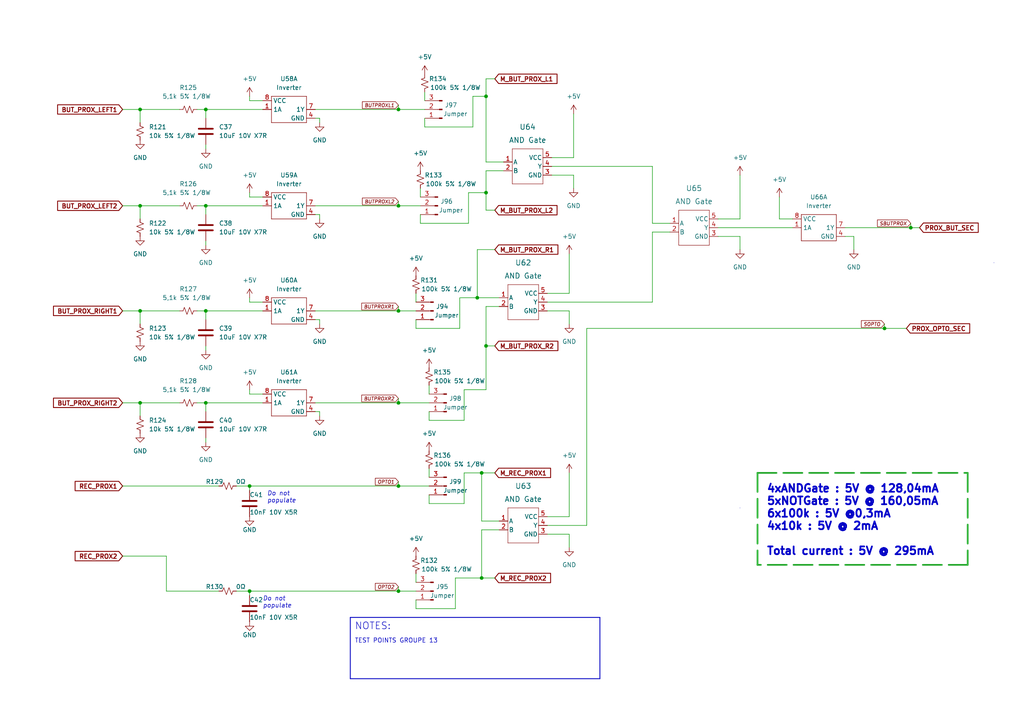
<source format=kicad_sch>
(kicad_sch (version 20211123) (generator eeschema)
  (paper "A4")
  (lib_symbols
    (symbol "Connector:Conn_01x03_Male" (pin_names (offset 1.016) hide)
      (property "Reference" "J" (at 0 5.08 0))
      (property "Value" "Conn_01x03_Male" (at 0 -5.08 0))
      (symbol "Conn_01x03_Male_1_1"
        (polyline (pts (xy 1.27 -2.54) (xy 0.8636 -2.54)) (stroke (width 0.1524)))
        (polyline (pts (xy 1.27 0) (xy 0.8636 0)) (stroke (width 0.1524)))
        (polyline (pts (xy 1.27 2.54) (xy 0.8636 2.54)) (stroke (width 0.1524)))
        (rectangle (start 0.8636 -2.413) (end 0 -2.667) (stroke (width 0.1524)) (fill (type outline)))
        (rectangle (start 0.8636 0.127) (end 0 -0.127) (stroke (width 0.1524)) (fill (type outline)))
        (rectangle (start 0.8636 2.667) (end 0 2.413) (stroke (width 0.1524)) (fill (type outline)))
        (pin passive line (at 5.08 2.54 180) (length 3.81) (name "Pin_1") (number "1"))
        (pin passive line (at 5.08 0 180) (length 3.81) (name "Pin_2") (number "2"))
        (pin passive line (at 5.08 -2.54 180) (length 3.81) (name "Pin_3") (number "3"))
      )
    )
    (symbol "Device:C" (pin_numbers hide) (pin_names (offset 0.254))
      (property "Reference" "C" (at 0.635 2.54 0))
      (property "Value" "C" (at 0.635 -2.54 0))
      (symbol "C_0_1"
        (polyline (pts (xy -2.032 -0.762) (xy 2.032 -0.762)) (stroke (width 0.508)))
        (polyline (pts (xy -2.032 0.762) (xy 2.032 0.762)) (stroke (width 0.508)))
      )
      (symbol "C_1_1"
        (pin passive line (at 0 3.81 270) (length 2.794) (name "~") (number "1"))
        (pin passive line (at 0 -3.81 90) (length 2.794) (name "~") (number "2"))
      )
    )
    (symbol "Device:R_Small_US" (pin_numbers hide) (pin_names (offset 0.254) hide)
      (property "Reference" "R" (at 0.762 0.508 0))
      (property "Value" "R_Small_US" (at 0.762 -1.016 0))
      (symbol "R_Small_US_1_1"
        (polyline (pts (xy 0 0) (xy 1.016 -0.381) (xy 0 -0.762) (xy -1.016 -1.143) (xy 0 -1.524)))
        (polyline (pts (xy 0 1.524) (xy 1.016 1.143) (xy 0 0.762) (xy -1.016 0.381) (xy 0 0)))
        (pin passive line (at 0 2.54 270) (length 1.016) (name "~") (number "1"))
        (pin passive line (at 0 -2.54 90) (length 1.016) (name "~") (number "2"))
      )
    )
    (symbol "SymLib:SN74LVC1G08DBVR" (pin_names (offset 0.254))
      (property "Reference" "U" (at 25.4 10.16 0))
      (property "Value" "SN74LVC1G08DBVR" (at 25.4 7.62 0))
      (symbol "SN74LVC1G08DBVR_0_1"
        (polyline (pts (xy 20.32 -7.62) (xy 29.21 -7.62)) (stroke (width 0.127)))
        (polyline (pts (xy 20.32 2.54) (xy 20.32 -7.62)) (stroke (width 0.127)))
        (polyline (pts (xy 29.21 -7.62) (xy 29.21 2.54)) (stroke (width 0.127)))
        (polyline (pts (xy 29.21 2.54) (xy 20.32 2.54)) (stroke (width 0.127)))
        (pin input line (at 17.78 -1.27 0) (length 2.54) (name "A") (number "1"))
        (pin input line (at 17.78 -3.81 0) (length 2.54) (name "B") (number "2"))
        (pin power_in line (at 31.75 -5.08 180) (length 2.54) (name "GND") (number "3"))
        (pin output line (at 31.75 -2.54 180) (length 2.54) (name "Y") (number "4"))
        (pin power_in line (at 31.75 0 180) (length 2.54) (name "VCC") (number "5"))
      )
    )
    (symbol "SymLib:SN74LVC3G14DCUT_V2"
      (property "Reference" "U" (at -3.81 5.08 0))
      (property "Value" "SN74LVC3G14DCUT_V2" (at 0 -5.08 0))
      (symbol "SN74LVC3G14DCUT_V2_0_1"
        (rectangle (start -5.08 -3.81) (end 5.08 -3.81))
        (rectangle (start -5.08 3.81) (end -5.08 -3.81))
        (rectangle (start -5.08 3.81) (end 5.08 3.81))
        (rectangle (start 5.08 3.81) (end 5.08 -3.81))
      )
      (symbol "SN74LVC3G14DCUT_V2_1_1"
        (pin bidirectional line (at -7.62 0 0) (length 2.54) (name "1A") (number "1"))
        (pin bidirectional line (at 7.62 -2.54 180) (length 2.54) (name "GND") (number "4"))
        (pin output line (at 7.62 0 180) (length 2.54) (name "1Y") (number "7"))
        (pin bidirectional line (at -7.62 2.54 0) (length 2.54) (name "VCC") (number "8"))
      )
      (symbol "SN74LVC3G14DCUT_V2_2_1"
        (pin bidirectional line (at -7.62 0 0) (length 2.54) (name "2A") (number "3"))
        (pin output line (at 7.62 0 180) (length 2.54) (name "2Y") (number "5"))
      )
      (symbol "SN74LVC3G14DCUT_V2_3_1"
        (pin output line (at 7.62 0 180) (length 2.54) (name "3Y") (number "2"))
        (pin bidirectional line (at -7.62 0 0) (length 2.54) (name "3A") (number "6"))
      )
    )
    (symbol "power:+5V" (power) (pin_names (offset 0))
      (property "Value" "+5V" (at 0 3.556 0))
      (symbol "+5V_0_1"
        (polyline (pts (xy -0.762 1.27) (xy 0 2.54)))
        (polyline (pts (xy 0 0) (xy 0 2.54)))
        (polyline (pts (xy 0 2.54) (xy 0.762 1.27)))
      )
      (symbol "+5V_1_1"
        (pin power_in line (at 0 0 90) (length 0) hide (name "+5V") (number "1"))
      )
    )
    (symbol "power:GND" (power) (pin_names (offset 0))
      (property "Value" "GND" (at 0 -3.81 0))
      (symbol "GND_0_1"
        (polyline (pts (xy 0 0) (xy 0 -1.27) (xy 1.27 -1.27) (xy 0 -2.54) (xy -1.27 -1.27) (xy 0 -1.27)))
      )
      (symbol "GND_1_1"
        (pin power_in line (at 0 0 270) (length 0) hide (name "GND") (number "1"))
      )
    )
  )
  (junction (at 115.57 90.17))
  (junction (at 72.39 171.45))
  (junction (at 115.57 31.75))
  (junction (at 72.39 140.97))
  (junction (at 139.7 167.64))
  (junction (at 264.16 66.04))
  (junction (at 115.57 59.69))
  (junction (at 138.43 86.36))
  (junction (at 115.57 140.97))
  (junction (at 140.97 100.33))
  (junction (at 40.64 59.69))
  (junction (at 115.57 116.84))
  (junction (at 40.64 90.17))
  (junction (at 59.69 59.69))
  (junction (at 115.57 171.45))
  (junction (at 40.64 31.75))
  (junction (at 59.69 31.75))
  (junction (at 256.54 95.25))
  (junction (at 140.97 55.88))
  (junction (at 139.7 137.16))
  (junction (at 140.97 27.94))
  (junction (at 59.69 90.17))
  (junction (at 59.69 116.84))
  (junction (at 40.64 116.84))
  (wire (pts (xy 115.57 171.45) (xy 120.65 171.45)))
  (wire (pts (xy 35.56 31.75) (xy 40.64 31.75)))
  (wire (pts (xy 115.57 115.57) (xy 115.57 116.84)))
  (wire (pts (xy 120.65 173.99) (xy 120.65 176.53)))
  (wire (pts (xy 135.89 55.88) (xy 140.97 55.88)))
  (polyline (pts (xy 288.29 76.2) (xy 288.29 76.2)))
  (wire (pts (xy 158.75 152.4) (xy 170.18 152.4)))
  (wire (pts (xy 59.69 59.69) (xy 76.2 59.69)))
  (wire (pts (xy 139.7 153.67) (xy 139.7 167.64)))
  (wire (pts (xy 139.7 137.16) (xy 143.51 137.16)))
  (wire (pts (xy 160.02 48.26) (xy 189.23 48.26)))
  (wire (pts (xy 143.51 72.39) (xy 138.43 72.39)))
  (wire (pts (xy 59.69 90.17) (xy 76.2 90.17)))
  (wire (pts (xy 91.44 62.23) (xy 92.71 62.23)))
  (wire (pts (xy 72.39 140.97) (xy 115.57 140.97)))
  (wire (pts (xy 208.28 63.5) (xy 214.63 63.5)))
  (wire (pts (xy 115.57 139.7) (xy 115.57 140.97)))
  (wire (pts (xy 134.62 121.92) (xy 134.62 113.03)))
  (wire (pts (xy 59.69 69.85) (xy 59.69 71.12)))
  (polyline (pts (xy 214.63 147.32) (xy 214.63 147.32)))
  (wire (pts (xy 170.18 152.4) (xy 170.18 95.25)))
  (wire (pts (xy 120.65 176.53) (xy 132.08 176.53)))
  (wire (pts (xy 59.69 100.33) (xy 59.69 101.6)))
  (wire (pts (xy 115.57 88.9) (xy 115.57 90.17)))
  (wire (pts (xy 48.26 171.45) (xy 63.5 171.45)))
  (wire (pts (xy 137.16 27.94) (xy 140.97 27.94)))
  (wire (pts (xy 140.97 22.86) (xy 140.97 27.94)))
  (wire (pts (xy 59.69 59.69) (xy 59.69 62.23)))
  (wire (pts (xy 144.78 88.9) (xy 140.97 88.9)))
  (wire (pts (xy 91.44 92.71) (xy 92.71 92.71)))
  (wire (pts (xy 123.19 36.83) (xy 137.16 36.83)))
  (wire (pts (xy 140.97 46.99) (xy 146.05 46.99)))
  (wire (pts (xy 123.19 29.21) (xy 123.19 26.67)))
  (wire (pts (xy 189.23 64.77) (xy 194.31 64.77)))
  (wire (pts (xy 208.28 68.58) (xy 214.63 68.58)))
  (wire (pts (xy 72.39 29.21) (xy 72.39 27.94)))
  (wire (pts (xy 59.69 116.84) (xy 76.2 116.84)))
  (wire (pts (xy 165.1 137.16) (xy 165.1 149.86)))
  (wire (pts (xy 140.97 88.9) (xy 140.97 100.33)))
  (polyline (pts (xy 280.67 163.83) (xy 219.71 163.83)) (stroke (width 0.5) (type dash) (color 37 168 45 1)))
  (wire (pts (xy 137.16 36.83) (xy 137.16 27.94)))
  (wire (pts (xy 92.71 120.65) (xy 92.71 119.38)))
  (wire (pts (xy 115.57 59.69) (xy 121.92 59.69)))
  (wire (pts (xy 264.16 66.04) (xy 266.7 66.04)))
  (wire (pts (xy 92.71 35.56) (xy 92.71 34.29)))
  (polyline (pts (xy 219.71 137.16) (xy 280.67 137.16)) (stroke (width 0.5) (type dash) (color 37 168 45 1)))
  (wire (pts (xy 35.56 161.29) (xy 48.26 161.29)))
  (wire (pts (xy 160.02 50.8) (xy 166.37 50.8)))
  (wire (pts (xy 133.35 86.36) (xy 138.43 86.36)))
  (wire (pts (xy 134.62 137.16) (xy 139.7 137.16)))
  (wire (pts (xy 144.78 153.67) (xy 139.7 153.67)))
  (wire (pts (xy 120.65 87.63) (xy 120.65 85.09)))
  (wire (pts (xy 245.11 66.04) (xy 264.16 66.04)))
  (wire (pts (xy 121.92 64.77) (xy 135.89 64.77)))
  (wire (pts (xy 124.46 114.3) (xy 124.46 111.76)))
  (wire (pts (xy 91.44 31.75) (xy 115.57 31.75)))
  (wire (pts (xy 91.44 116.84) (xy 115.57 116.84)))
  (wire (pts (xy 165.1 90.17) (xy 165.1 93.98)))
  (polyline (pts (xy 101.6 179.07) (xy 173.99 179.07)) (stroke (width 0.25) (type solid)))
  (wire (pts (xy 124.46 119.38) (xy 124.46 121.92)))
  (wire (pts (xy 115.57 170.18) (xy 115.57 171.45)))
  (wire (pts (xy 59.69 116.84) (xy 57.15 116.84)))
  (wire (pts (xy 40.64 90.17) (xy 40.64 93.98)))
  (wire (pts (xy 68.58 171.45) (xy 72.39 171.45)))
  (wire (pts (xy 72.39 171.45) (xy 72.39 172.72)))
  (wire (pts (xy 264.16 64.77) (xy 264.16 66.04)))
  (wire (pts (xy 59.69 59.69) (xy 57.15 59.69)))
  (wire (pts (xy 124.46 138.43) (xy 124.46 135.89)))
  (wire (pts (xy 134.62 113.03) (xy 140.97 113.03)))
  (wire (pts (xy 91.44 34.29) (xy 92.71 34.29)))
  (wire (pts (xy 140.97 49.53) (xy 140.97 55.88)))
  (wire (pts (xy 115.57 90.17) (xy 120.65 90.17)))
  (wire (pts (xy 72.39 114.3) (xy 72.39 113.03)))
  (wire (pts (xy 165.1 73.66) (xy 165.1 85.09)))
  (wire (pts (xy 59.69 90.17) (xy 59.69 92.71)))
  (wire (pts (xy 92.71 63.5) (xy 92.71 62.23)))
  (wire (pts (xy 158.75 154.94) (xy 165.1 154.94)))
  (wire (pts (xy 91.44 59.69) (xy 115.57 59.69)))
  (wire (pts (xy 256.54 95.25) (xy 262.89 95.25)))
  (wire (pts (xy 139.7 137.16) (xy 139.7 151.13)))
  (wire (pts (xy 189.23 48.26) (xy 189.23 64.77)))
  (wire (pts (xy 59.69 31.75) (xy 76.2 31.75)))
  (wire (pts (xy 143.51 22.86) (xy 140.97 22.86)))
  (wire (pts (xy 133.35 95.25) (xy 133.35 86.36)))
  (wire (pts (xy 124.46 146.05) (xy 134.62 146.05)))
  (polyline (pts (xy 219.71 137.16) (xy 219.71 163.83)) (stroke (width 0.5) (type dash) (color 37 168 45 1)))
  (wire (pts (xy 59.69 90.17) (xy 57.15 90.17)))
  (wire (pts (xy 59.69 31.75) (xy 57.15 31.75)))
  (wire (pts (xy 76.2 57.15) (xy 72.39 57.15)))
  (wire (pts (xy 40.64 116.84) (xy 52.07 116.84)))
  (wire (pts (xy 72.39 171.45) (xy 115.57 171.45)))
  (wire (pts (xy 91.44 90.17) (xy 115.57 90.17)))
  (wire (pts (xy 132.08 176.53) (xy 132.08 167.64)))
  (wire (pts (xy 35.56 116.84) (xy 40.64 116.84)))
  (wire (pts (xy 115.57 140.97) (xy 124.46 140.97)))
  (wire (pts (xy 35.56 90.17) (xy 40.64 90.17)))
  (wire (pts (xy 120.65 95.25) (xy 133.35 95.25)))
  (wire (pts (xy 120.65 92.71) (xy 120.65 95.25)))
  (wire (pts (xy 59.69 41.91) (xy 59.69 43.18)))
  (polyline (pts (xy 173.99 179.07) (xy 173.99 196.85)) (stroke (width 0.25) (type solid)))
  (wire (pts (xy 72.39 140.97) (xy 72.39 142.24)))
  (wire (pts (xy 189.23 67.31) (xy 194.31 67.31)))
  (wire (pts (xy 140.97 100.33) (xy 140.97 113.03)))
  (wire (pts (xy 143.51 60.96) (xy 140.97 60.96)))
  (wire (pts (xy 256.54 93.98) (xy 256.54 95.25)))
  (wire (pts (xy 115.57 58.42) (xy 115.57 59.69)))
  (wire (pts (xy 226.06 57.15) (xy 226.06 63.5)))
  (wire (pts (xy 115.57 116.84) (xy 124.46 116.84)))
  (wire (pts (xy 140.97 100.33) (xy 143.51 100.33)))
  (wire (pts (xy 158.75 87.63) (xy 189.23 87.63)))
  (wire (pts (xy 214.63 68.58) (xy 214.63 72.39)))
  (wire (pts (xy 40.64 59.69) (xy 52.07 59.69)))
  (wire (pts (xy 40.64 31.75) (xy 40.64 35.56)))
  (wire (pts (xy 166.37 50.8) (xy 166.37 54.61)))
  (wire (pts (xy 165.1 154.94) (xy 165.1 158.75)))
  (wire (pts (xy 59.69 127) (xy 59.69 128.27)))
  (wire (pts (xy 138.43 72.39) (xy 138.43 86.36)))
  (wire (pts (xy 76.2 29.21) (xy 72.39 29.21)))
  (wire (pts (xy 115.57 30.48) (xy 115.57 31.75)))
  (wire (pts (xy 229.87 63.5) (xy 226.06 63.5)))
  (wire (pts (xy 68.58 140.97) (xy 72.39 140.97)))
  (wire (pts (xy 139.7 151.13) (xy 144.78 151.13)))
  (wire (pts (xy 214.63 50.8) (xy 214.63 63.5)))
  (wire (pts (xy 76.2 114.3) (xy 72.39 114.3)))
  (wire (pts (xy 245.11 68.58) (xy 247.65 68.58)))
  (wire (pts (xy 134.62 146.05) (xy 134.62 137.16)))
  (wire (pts (xy 124.46 121.92) (xy 134.62 121.92)))
  (wire (pts (xy 135.89 64.77) (xy 135.89 55.88)))
  (wire (pts (xy 170.18 95.25) (xy 256.54 95.25)))
  (wire (pts (xy 140.97 27.94) (xy 140.97 46.99)))
  (wire (pts (xy 115.57 31.75) (xy 123.19 31.75)))
  (wire (pts (xy 59.69 31.75) (xy 59.69 34.29)))
  (wire (pts (xy 138.43 86.36) (xy 144.78 86.36)))
  (wire (pts (xy 139.7 167.64) (xy 143.51 167.64)))
  (wire (pts (xy 140.97 60.96) (xy 140.97 55.88)))
  (wire (pts (xy 76.2 87.63) (xy 72.39 87.63)))
  (polyline (pts (xy 101.6 179.07) (xy 101.6 196.85)) (stroke (width 0.25) (type solid)))
  (wire (pts (xy 160.02 45.72) (xy 166.37 45.72)))
  (wire (pts (xy 121.92 57.15) (xy 121.92 54.61)))
  (wire (pts (xy 92.71 93.98) (xy 92.71 92.71)))
  (wire (pts (xy 48.26 161.29) (xy 48.26 171.45)))
  (wire (pts (xy 40.64 31.75) (xy 52.07 31.75)))
  (wire (pts (xy 208.28 66.04) (xy 229.87 66.04)))
  (wire (pts (xy 91.44 119.38) (xy 92.71 119.38)))
  (wire (pts (xy 124.46 143.51) (xy 124.46 146.05)))
  (wire (pts (xy 40.64 59.69) (xy 40.64 63.5)))
  (wire (pts (xy 40.64 116.84) (xy 40.64 120.65)))
  (wire (pts (xy 189.23 67.31) (xy 189.23 87.63)))
  (wire (pts (xy 146.05 49.53) (xy 140.97 49.53)))
  (wire (pts (xy 35.56 140.97) (xy 63.5 140.97)))
  (wire (pts (xy 121.92 62.23) (xy 121.92 64.77)))
  (wire (pts (xy 59.69 116.84) (xy 59.69 119.38)))
  (wire (pts (xy 158.75 85.09) (xy 165.1 85.09)))
  (wire (pts (xy 35.56 59.69) (xy 40.64 59.69)))
  (wire (pts (xy 72.39 57.15) (xy 72.39 55.88)))
  (wire (pts (xy 158.75 90.17) (xy 165.1 90.17)))
  (wire (pts (xy 132.08 167.64) (xy 139.7 167.64)))
  (polyline (pts (xy 280.67 137.16) (xy 280.67 163.83)) (stroke (width 0.5) (type dash) (color 37 168 45 1)))
  (wire (pts (xy 247.65 68.58) (xy 247.65 72.39)))
  (wire (pts (xy 72.39 87.63) (xy 72.39 86.36)))
  (wire (pts (xy 40.64 90.17) (xy 52.07 90.17)))
  (wire (pts (xy 123.19 34.29) (xy 123.19 36.83)))
  (wire (pts (xy 166.37 33.02) (xy 166.37 45.72)))
  (wire (pts (xy 120.65 168.91) (xy 120.65 166.37)))
  (polyline (pts (xy 173.99 196.85) (xy 101.6 196.85)) (stroke (width 0.25) (type solid)))
  (wire (pts (xy 158.75 149.86) (xy 165.1 149.86)))
  (text "TEST POINTS GROUPE 13" (at 102.87 186.69 0) (effects (font (size 1.27 1.27)) (justify left bottom)))
  (text "Do not \npopulate" (at 76.2 176.53 0) (effects (font (size 1.27 1.27) italic) (justify left bottom)))
  (text "4xANDGate : 5V @ 128,04mA\n5xNOTGate : 5V @ 160,05mA\n6x100k : 5V @0,3mA\n4x10k : 5V @ 2mA\n\nTotal current : 5V @ 295mA" (at 222.25 161.29 0) (effects (font (size 2.25 2.25) (thickness 0.5) bold) (justify left bottom)))
  (text "NOTES:" (at 102.87 182.88 0) (effects (font (size 2 2)) (justify left bottom)))
  (text "Do not \npopulate" (at 77.47 146.05 0) (effects (font (size 1.27 1.27) italic) (justify left bottom)))
  (global_label "SOPTO" (shape input) (at 256.54 93.98 180) (effects (font (size 1 1) italic)) (property "Intersheet References" "${INTERSHEET_REFS}" (effects hide)))
  (global_label "BUT_PROX_RIGHT1" (shape input) (at 35.56 90.17 180) (effects (font (thickness 0.254) bold)) (property "Intersheet References" "${INTERSHEET_REFS}" (effects hide)))
  (global_label "M_BUT_PROX_R1" (shape input) (at 143.51 72.39 0) (effects (font (thickness 0.254) bold)) (property "Intersheet References" "${INTERSHEET_REFS}" (effects hide)))
  (global_label "PROX_OPTO_SEC" (shape input) (at 262.89 95.25 0) (effects (font (thickness 0.254) bold)) (property "Intersheet References" "${INTERSHEET_REFS}" (effects hide)))
  (global_label "M_REC_PROX2" (shape input) (at 143.51 167.64 0) (effects (font (thickness 0.254) bold)) (property "Intersheet References" "${INTERSHEET_REFS}" (effects hide)))
  (global_label "REC_PROX2" (shape input) (at 35.56 161.29 180) (effects (font (thickness 0.254) bold)) (property "Intersheet References" "${INTERSHEET_REFS}" (effects hide)))
  (global_label "BUTPROXL2" (shape input) (at 115.57 58.42 180) (effects (font (size 1 1) italic)) (property "Intersheet References" "${INTERSHEET_REFS}" (effects hide)))
  (global_label "BUTPROXR2" (shape input) (at 115.57 115.57 180) (effects (font (size 1 1) italic)) (property "Intersheet References" "${INTERSHEET_REFS}" (effects hide)))
  (global_label "BUTPROXL1" (shape input) (at 115.57 30.48 180) (effects (font (size 1 1) italic)) (property "Intersheet References" "${INTERSHEET_REFS}" (effects hide)))
  (global_label "BUTPROXR1" (shape input) (at 115.57 88.9 180) (effects (font (size 1 1) italic)) (property "Intersheet References" "${INTERSHEET_REFS}" (effects hide)))
  (global_label "M_BUT_PROX_L1" (shape input) (at 143.51 22.86 0) (effects (font (thickness 0.254) bold)) (property "Intersheet References" "${INTERSHEET_REFS}" (effects hide)))
  (global_label "BUT_PROX_RIGHT2" (shape input) (at 35.56 116.84 180) (effects (font (thickness 0.254) bold)) (property "Intersheet References" "${INTERSHEET_REFS}" (effects hide)))
  (global_label "BUT_PROX_LEFT2" (shape input) (at 35.56 59.69 180) (effects (font (thickness 0.254) bold)) (property "Intersheet References" "${INTERSHEET_REFS}" (effects hide)))
  (global_label "BUT_PROX_LEFT1" (shape input) (at 35.56 31.75 180) (effects (font (thickness 0.254) bold)) (property "Intersheet References" "${INTERSHEET_REFS}" (effects hide)))
  (global_label "M_BUT_PROX_L2" (shape input) (at 143.51 60.96 0) (effects (font (thickness 0.254) bold)) (property "Intersheet References" "${INTERSHEET_REFS}" (effects hide)))
  (global_label "PROX_BUT_SEC" (shape input) (at 266.7 66.04 0) (effects (font (thickness 0.254) bold)) (property "Intersheet References" "${INTERSHEET_REFS}" (effects hide)))
  (global_label "M_BUT_PROX_R2" (shape input) (at 143.51 100.33 0) (effects (font (thickness 0.254) bold)) (property "Intersheet References" "${INTERSHEET_REFS}" (effects hide)))
  (global_label "REC_PROX1" (shape input) (at 35.56 140.97 180) (effects (font (thickness 0.254) bold)) (property "Intersheet References" "${INTERSHEET_REFS}" (effects hide)))
  (global_label "M_REC_PROX1" (shape input) (at 143.51 137.16 0) (effects (font (thickness 0.254) bold)) (property "Intersheet References" "${INTERSHEET_REFS}" (effects hide)))
  (global_label "SBUTPROX" (shape input) (at 264.16 64.77 180) (effects (font (size 1 1) italic)) (property "Intersheet References" "${INTERSHEET_REFS}" (effects hide)))
  (global_label "OPTO2" (shape input) (at 115.57 170.18 180) (effects (font (size 1 1) italic)) (property "Intersheet References" "${INTERSHEET_REFS}" (effects hide)))
  (global_label "OPTO1" (shape input) (at 115.57 139.7 180) (effects (font (size 1 1) italic)) (property "Intersheet References" "${INTERSHEET_REFS}" (effects hide)))
  (symbol (lib_id "power:+5V") (at 214.63 50.8 0) (unit 1)
    (property "Reference" "#PWR0380" (effects hide))
    (property "Value" "+5V" (at 214.63 45.72 0))
  )
  (symbol (lib_id "power:GND") (at 92.71 93.98 0) (unit 1)
    (property "Reference" "#PWR0366" (effects hide))
    (property "Value" "GND" (at 92.71 99.06 0))
  )
  (symbol (lib_id "power:GND") (at 40.64 125.73 0) (unit 1)
    (property "Reference" "#PWR0353" (effects hide))
    (property "Value" "GND" (at 40.64 130.81 0))
  )
  (symbol (lib_id "power:GND") (at 72.39 180.34 0) (unit 1)
    (property "Reference" "#PWR0363" (effects hide))
    (property "Value" "GND" (at 72.39 184.15 0))
  )
  (symbol (lib_id "Device:C") (at 59.69 123.19 0) (unit 1)
    (property "Reference" "C40" (at 63.5 121.9199 0) (effects (justify left)))
    (property "Value" "10uF 10V X7R" (at 63.5 124.4599 0) (effects (justify left)))
    (property "Footprint" "Capacitor_SMD:C_0805_2012Metric" (effects hide))
    (property "MANUFACTURER" "Murata Electronics" (effects hide))
    (property "PACKAGE" "0805 (2012 Metric)" (effects hide))
    (property "PART NUMBER" "GRM21BR71A106KA73L" (effects hide))
    (property "TYPE" "SMD" (effects hide))
    (property "DESCRIPTION" "10 µF ±10% 10V Ceramic Capacitor X7R 0805 (2012 Metric)" (effects hide))
  )
  (symbol (lib_id "SymLib:SN74LVC3G14DCUT_V2") (at 83.82 116.84 0) (unit 1)
    (property "Reference" "U61" (at 83.82 107.95 0))
    (property "Value" "Inverter" (at 83.82 110.49 0))
    (property "Footprint" "FootPrint:SN74LVC3G14DCUT" (effects hide))
    (property "DESCRIPTION" "Inverter IC 3 Channel Schmitt Trigger 8-VSSOP" (effects hide))
    (property "MANUFACTURER" "Texas Instruments" (effects hide))
    (property "PACKAGE" "8-VFSOP (0.091\", 2.30mm Width)" (effects hide))
    (property "PART NUMBER" "SN74LVC3G14DCUT" (effects hide))
    (property "TYPE" "SMD" (effects hide))
  )
  (symbol (lib_id "Device:R_Small_US") (at 120.65 82.55 0) (mirror x) (unit 1)
    (property "Reference" "R131" (at 124.46 81.28 0))
    (property "Value" "100k 5% 1/8W" (at 129.54 83.82 0))
    (property "Footprint" "Resistor_SMD:R_0805_2012Metric" (effects hide))
    (property "MANUFACTURER" "Panasonic Electronic Components" (effects hide))
    (property "PACKAGE" "0805 (2012 Metric)" (effects hide))
    (property "PART NUMBER" "ERJ-6GEYJ104V" (effects hide))
    (property "TYPE" "SMD" (effects hide))
    (property "DESCRIPTION" "100 kOhms ±5% 0.125W, 1/8W Chip Resistor 0805 (2012 Metric) Automotive AEC-Q200 Thick Film" (effects hide))
  )
  (symbol (lib_id "Device:R_Small_US") (at 54.61 31.75 90) (unit 1)
    (property "Reference" "R125" (at 54.61 25.4 90))
    (property "Value" "5,1k 5% 1/8W " (at 54.61 27.94 90))
    (property "Footprint" "Resistor_SMD:R_0805_2012Metric" (effects hide))
    (property "MANUFACTURER" "Panasonic Electronic Components" (effects hide))
    (property "PACKAGE" "0805 (2012 Metric)" (effects hide))
    (property "PART NUMBER" "ERJ-6GEYJ512V" (effects hide))
    (property "TYPE" "SMD" (effects hide))
    (property "DESCRIPTION" "5.1 kOhms ±5% 0.125W, 1/8W Chip Resistor 0805 (2012 Metric) Automotive AEC-Q200 Thick Film" (effects hide))
  )
  (symbol (lib_id "Device:C") (at 72.39 176.53 0) (unit 1)
    (property "Reference" "C42" (at 72.39 173.99 0) (effects (justify left)))
    (property "Value" "10nF 10V X5R" (at 72.39 179.07 0) (effects (justify left)))
    (property "Footprint" "Capacitor_SMD:C_01005_0402Metric" (effects hide))
    (property "MANUFACTURER" "Murata Electronics" (effects hide))
    (property "PACKAGE" "01005 (0402 Metric)" (effects hide))
    (property "PART NUMBER" "GRM022R61A103KE19L" (effects hide))
    (property "TYPE" "SMD" (effects hide))
    (property "NOTES" "DO NOT POPULATE" (effects hide))
    (property "DESCRIPTION" "10000 pF ±10% 10V Ceramic Capacitor X5R 01005 (0402 Metric)" (effects hide))
  )
  (symbol (lib_id "Device:C") (at 72.39 146.05 0) (unit 1)
    (property "Reference" "C41" (at 72.39 143.51 0) (effects (justify left)))
    (property "Value" "10nF 10V X5R" (at 72.39 148.59 0) (effects (justify left)))
    (property "Footprint" "Capacitor_SMD:C_01005_0402Metric" (effects hide))
    (property "MANUFACTURER" "Murata Electronics" (effects hide))
    (property "PACKAGE" "01005 (0402 Metric)" (effects hide))
    (property "PART NUMBER" "GRM022R61A103KE19L" (effects hide))
    (property "TYPE" "SMD" (effects hide))
    (property "NOTES" "DO NOT POPULATE" (effects hide))
    (property "DESCRIPTION" "10000 pF ±10% 10V Ceramic Capacitor X5R 01005 (0402 Metric)" (effects hide))
  )
  (symbol (lib_id "power:GND") (at 92.71 63.5 0) (unit 1)
    (property "Reference" "#PWR0365" (effects hide))
    (property "Value" "GND" (at 92.71 68.58 0))
  )
  (symbol (lib_id "power:+5V") (at 226.06 57.15 0) (unit 1)
    (property "Reference" "#PWR0382" (effects hide))
    (property "Value" "+5V" (at 226.06 52.07 0))
  )
  (symbol (lib_id "Connector:Conn_01x03_Male") (at 129.54 116.84 180) (unit 1)
    (property "Reference" "J98" (at 132.08 115.57 0))
    (property "Value" "Jumper" (at 132.08 118.11 0))
    (property "Footprint" "Connector_PinSocket_2.54mm:PinSocket_1x03_P2.54mm_Vertical" (effects hide))
    (property "DESCRIPTION" "CONN HEADER VERT 3POS 2.54MM" (effects hide))
    (property "MANUFACTURER" "Würth Elektronik" (effects hide))
    (property "PACKAGE" "Square 0.100\" (2.54mm)" (effects hide))
    (property "PART NUMBER" "61300311121" (effects hide))
    (property "TYPE" "Through Hole" (effects hide))
  )
  (symbol (lib_id "power:GND") (at 92.71 120.65 0) (unit 1)
    (property "Reference" "#PWR0367" (effects hide))
    (property "Value" "GND" (at 92.71 125.73 0))
  )
  (symbol (lib_id "power:GND") (at 59.69 101.6 0) (unit 1)
    (property "Reference" "#PWR0356" (effects hide))
    (property "Value" "GND" (at 59.69 106.68 0))
  )
  (symbol (lib_id "Device:R_Small_US") (at 40.64 66.04 0) (unit 1)
    (property "Reference" "R122" (at 43.18 64.7699 0) (effects (justify left)))
    (property "Value" "10k 5% 1/8W" (at 43.18 67.3099 0) (effects (justify left)))
    (property "Footprint" "Resistor_SMD:R_0805_2012Metric" (effects hide))
    (property "PACKAGE" "0805 (2012 Metric)" (effects hide))
    (property "PART NUMBER" "ERJ-6GEYJ103V" (effects hide))
    (property "TYPE" "SMD" (effects hide))
    (property "MANUFACTURER" "Panasonic Electronic Components" (effects hide))
    (property "DESCRIPTION" "10 kOhms ±5% 0.125W, 1/8W Chip Resistor 0805 (2012 Metric) Automotive AEC-Q200 Thick Film" (effects hide))
  )
  (symbol (lib_id "Device:R_Small_US") (at 66.04 171.45 90) (unit 1)
    (property "Reference" "R130" (at 62.23 170.18 90))
    (property "Value" "0Ω" (at 69.85 170.18 90))
    (property "Footprint" "Resistor_SMD:R_0805_2012Metric" (effects hide))
    (property "MANUFACTURER" "Panasonic Electronic Components" (effects hide))
    (property "PACKAGE" "0805 (2012 Metric)" (effects hide))
    (property "PART NUMBER" "ERJ-6GEY0R00V" (effects hide))
    (property "TYPE" "SMD" (effects hide))
    (property "DESCRIPTION" "0 Ohms Jumper Chip Resistor 0805 (2012 Metric) Automotive AEC-Q200 Thick Film" (effects hide))
  )
  (symbol (lib_id "Device:R_Small_US") (at 40.64 38.1 0) (unit 1)
    (property "Reference" "R121" (at 43.18 36.8299 0) (effects (justify left)))
    (property "Value" "10k 5% 1/8W" (at 43.18 39.3699 0) (effects (justify left)))
    (property "Footprint" "Resistor_SMD:R_0805_2012Metric" (effects hide))
    (property "PACKAGE" "0805 (2012 Metric)" (effects hide))
    (property "PART NUMBER" "ERJ-6GEYJ103V" (effects hide))
    (property "TYPE" "SMD" (effects hide))
    (property "MANUFACTURER" "Panasonic Electronic Components" (effects hide))
    (property "DESCRIPTION" "10 kOhms ±5% 0.125W, 1/8W Chip Resistor 0805 (2012 Metric) Automotive AEC-Q200 Thick Film" (effects hide))
  )
  (symbol (lib_id "Device:R_Small_US") (at 54.61 90.17 90) (unit 1)
    (property "Reference" "R127" (at 54.61 83.82 90))
    (property "Value" "5,1k 5% 1/8W " (at 54.61 86.36 90))
    (property "Footprint" "Resistor_SMD:R_0805_2012Metric" (effects hide))
    (property "MANUFACTURER" "Panasonic Electronic Components" (effects hide))
    (property "PACKAGE" "0805 (2012 Metric)" (effects hide))
    (property "PART NUMBER" "ERJ-6GEYJ512V" (effects hide))
    (property "TYPE" "SMD" (effects hide))
    (property "DESCRIPTION" "5.1 kOhms ±5% 0.125W, 1/8W Chip Resistor 0805 (2012 Metric) Automotive AEC-Q200 Thick Film" (effects hide))
  )
  (symbol (lib_id "SymLib:SN74LVC3G14DCUT_V2") (at 83.82 31.75 0) (unit 1)
    (property "Reference" "U58" (at 83.82 22.86 0))
    (property "Value" "Inverter" (at 83.82 25.4 0))
    (property "Footprint" "FootPrint:SN74LVC3G14DCUT" (effects hide))
    (property "DESCRIPTION" "Inverter IC 3 Channel Schmitt Trigger 8-VSSOP" (effects hide))
    (property "MANUFACTURER" "Texas Instruments" (effects hide))
    (property "PACKAGE" "8-VFSOP (0.091\", 2.30mm Width)" (effects hide))
    (property "PART NUMBER" "SN74LVC3G14DCUT" (effects hide))
    (property "TYPE" "SMD" (effects hide))
  )
  (symbol (lib_id "power:GND") (at 40.64 99.06 0) (unit 1)
    (property "Reference" "#PWR0352" (effects hide))
    (property "Value" "GND" (at 40.64 104.14 0))
  )
  (symbol (lib_id "power:GND") (at 72.39 149.86 0) (unit 1)
    (property "Reference" "#PWR0362" (effects hide))
    (property "Value" "GND" (at 72.39 153.67 0))
  )
  (symbol (lib_id "Connector:Conn_01x03_Male") (at 125.73 171.45 180) (unit 1)
    (property "Reference" "J95" (at 128.27 170.18 0))
    (property "Value" "Jumper" (at 128.27 172.72 0))
    (property "Footprint" "Connector_PinSocket_2.54mm:PinSocket_1x03_P2.54mm_Vertical" (effects hide))
    (property "DESCRIPTION" "CONN HEADER VERT 3POS 2.54MM" (effects hide))
    (property "MANUFACTURER" "Würth Elektronik" (effects hide))
    (property "PACKAGE" "Square 0.100\" (2.54mm)" (effects hide))
    (property "PART NUMBER" "61300311121" (effects hide))
    (property "TYPE" "Through Hole" (effects hide))
  )
  (symbol (lib_id "SymLib:SN74LVC3G14DCUT_V2") (at 237.49 66.04 0) (unit 1)
    (property "Reference" "U66" (at 237.49 57.15 0))
    (property "Value" "Inverter" (at 237.49 59.69 0))
    (property "Footprint" "FootPrint:SN74LVC3G14DCUT" (effects hide))
    (property "DESCRIPTION" "Inverter IC 3 Channel Schmitt Trigger 8-VSSOP" (effects hide))
    (property "MANUFACTURER" "Texas Instruments" (effects hide))
    (property "PACKAGE" "8-VFSOP (0.091\", 2.30mm Width)" (effects hide))
    (property "PART NUMBER" "SN74LVC3G14DCUT" (effects hide))
    (property "TYPE" "SMD" (effects hide))
  )
  (symbol (lib_id "Device:C") (at 59.69 96.52 0) (unit 1)
    (property "Reference" "C39" (at 63.5 95.2499 0) (effects (justify left)))
    (property "Value" "10uF 10V X7R" (at 63.5 97.7899 0) (effects (justify left)))
    (property "Footprint" "Capacitor_SMD:C_0805_2012Metric" (effects hide))
    (property "MANUFACTURER" "Murata Electronics" (effects hide))
    (property "PACKAGE" "0805 (2012 Metric)" (effects hide))
    (property "PART NUMBER" "GRM21BR71A106KA73L" (effects hide))
    (property "TYPE" "SMD" (effects hide))
    (property "DESCRIPTION" "10 µF ±10% 10V Ceramic Capacitor X7R 0805 (2012 Metric)" (effects hide))
  )
  (symbol (lib_id "Device:C") (at 59.69 66.04 0) (unit 1)
    (property "Reference" "C38" (at 63.5 64.7699 0) (effects (justify left)))
    (property "Value" "10uF 10V X7R" (at 63.5 67.3099 0) (effects (justify left)))
    (property "Footprint" "Capacitor_SMD:C_0805_2012Metric" (effects hide))
    (property "MANUFACTURER" "Murata Electronics" (effects hide))
    (property "PACKAGE" "0805 (2012 Metric)" (effects hide))
    (property "PART NUMBER" "GRM21BR71A106KA73L" (effects hide))
    (property "TYPE" "SMD" (effects hide))
    (property "DESCRIPTION" "10 µF ±10% 10V Ceramic Capacitor X7R 0805 (2012 Metric)" (effects hide))
  )
  (symbol (lib_id "power:+5V") (at 123.19 21.59 0) (unit 1)
    (property "Reference" "#PWR0371" (effects hide))
    (property "Value" "+5V" (at 123.19 16.51 0))
  )
  (symbol (lib_id "power:+5V") (at 165.1 73.66 0) (unit 1)
    (property "Reference" "#PWR0374" (effects hide))
    (property "Value" "+5V" (at 165.1 68.58 0))
  )
  (symbol (lib_id "power:+5V") (at 121.92 49.53 0) (unit 1)
    (property "Reference" "#PWR0370" (effects hide))
    (property "Value" "+5V" (at 121.92 44.45 0))
  )
  (symbol (lib_id "Device:R_Small_US") (at 40.64 123.19 0) (unit 1)
    (property "Reference" "R124" (at 43.18 121.9199 0) (effects (justify left)))
    (property "Value" "10k 5% 1/8W" (at 43.18 124.4599 0) (effects (justify left)))
    (property "Footprint" "Resistor_SMD:R_0805_2012Metric" (effects hide))
    (property "PACKAGE" "0805 (2012 Metric)" (effects hide))
    (property "PART NUMBER" "ERJ-6GEYJ103V" (effects hide))
    (property "TYPE" "SMD" (effects hide))
    (property "MANUFACTURER" "Panasonic Electronic Components" (effects hide))
    (property "DESCRIPTION" "10 kOhms ±5% 0.125W, 1/8W Chip Resistor 0805 (2012 Metric) Automotive AEC-Q200 Thick Film" (effects hide))
  )
  (symbol (lib_id "SymLib:SN74LVC1G08DBVR") (at 128.27 45.72 0) (unit 1)
    (property "Reference" "U64" (at 153.035 36.83 0) (effects (font (size 1.524 1.524))))
    (property "Value" "AND Gate" (at 153.035 40.64 0) (effects (font (size 1.524 1.524))))
    (property "Footprint" "FootPrint:SOT95P270X145-5N" (effects hide))
    (property "DESCRIPTION" "AND Gate IC 1 Channel SOT-23-5" (effects hide))
    (property "MANUFACTURER" "Texas Instruments" (effects hide))
    (property "PACKAGE" "SC-74A, SOT-753" (effects hide))
    (property "PART NUMBER" "SN74LVC1G08DBVR" (effects hide))
    (property "TYPE" "SMD" (effects hide))
  )
  (symbol (lib_id "power:GND") (at 214.63 72.39 0) (unit 1)
    (property "Reference" "#PWR0381" (effects hide))
    (property "Value" "GND" (at 214.63 77.47 0))
  )
  (symbol (lib_id "power:+5V") (at 166.37 33.02 0) (unit 1)
    (property "Reference" "#PWR0378" (effects hide))
    (property "Value" "+5V" (at 166.37 27.94 0))
  )
  (symbol (lib_id "Device:C") (at 59.69 38.1 0) (unit 1)
    (property "Reference" "C37" (at 63.5 36.8299 0) (effects (justify left)))
    (property "Value" "10uF 10V X7R" (at 63.5 39.3699 0) (effects (justify left)))
    (property "Footprint" "Capacitor_SMD:C_0805_2012Metric" (effects hide))
    (property "MANUFACTURER" "Murata Electronics" (effects hide))
    (property "PACKAGE" "0805 (2012 Metric)" (effects hide))
    (property "PART NUMBER" "GRM21BR71A106KA73L" (effects hide))
    (property "TYPE" "SMD" (effects hide))
    (property "DESCRIPTION" "10 µF ±10% 10V Ceramic Capacitor X7R 0805 (2012 Metric)" (effects hide))
  )
  (symbol (lib_id "Device:R_Small_US") (at 54.61 59.69 90) (unit 1)
    (property "Reference" "R126" (at 54.61 53.34 90))
    (property "Value" "5,1k 5% 1/8W " (at 54.61 55.88 90))
    (property "Footprint" "Resistor_SMD:R_0805_2012Metric" (effects hide))
    (property "MANUFACTURER" "Panasonic Electronic Components" (effects hide))
    (property "PACKAGE" "0805 (2012 Metric)" (effects hide))
    (property "PART NUMBER" "ERJ-6GEYJ512V" (effects hide))
    (property "TYPE" "SMD" (effects hide))
    (property "DESCRIPTION" "5.1 kOhms ±5% 0.125W, 1/8W Chip Resistor 0805 (2012 Metric) Automotive AEC-Q200 Thick Film" (effects hide))
  )
  (symbol (lib_id "SymLib:SN74LVC1G08DBVR") (at 127 149.86 0) (unit 1)
    (property "Reference" "U63" (at 151.765 140.97 0) (effects (font (size 1.524 1.524))))
    (property "Value" "AND Gate" (at 151.765 144.78 0) (effects (font (size 1.524 1.524))))
    (property "Footprint" "FootPrint:SOT95P270X145-5N" (effects hide))
    (property "DESCRIPTION" "AND Gate IC 1 Channel SOT-23-5" (effects hide))
    (property "MANUFACTURER" "Texas Instruments" (effects hide))
    (property "PACKAGE" "SC-74A, SOT-753" (effects hide))
    (property "PART NUMBER" "SN74LVC1G08DBVR" (effects hide))
    (property "TYPE" "SMD" (effects hide))
  )
  (symbol (lib_id "power:+5V") (at 120.65 161.29 0) (unit 1)
    (property "Reference" "#PWR0369" (effects hide))
    (property "Value" "+5V" (at 120.65 156.21 0))
  )
  (symbol (lib_id "SymLib:SN74LVC3G14DCUT_V2") (at 83.82 59.69 0) (unit 1)
    (property "Reference" "U59" (at 83.82 50.8 0))
    (property "Value" "Inverter" (at 83.82 53.34 0))
    (property "Footprint" "FootPrint:SN74LVC3G14DCUT" (effects hide))
    (property "DESCRIPTION" "Inverter IC 3 Channel Schmitt Trigger 8-VSSOP" (effects hide))
    (property "MANUFACTURER" "Texas Instruments" (effects hide))
    (property "PACKAGE" "8-VFSOP (0.091\", 2.30mm Width)" (effects hide))
    (property "PART NUMBER" "SN74LVC3G14DCUT" (effects hide))
    (property "TYPE" "SMD" (effects hide))
  )
  (symbol (lib_id "power:GND") (at 59.69 43.18 0) (unit 1)
    (property "Reference" "#PWR0354" (effects hide))
    (property "Value" "GND" (at 59.69 48.26 0))
  )
  (symbol (lib_id "power:+5V") (at 72.39 27.94 0) (unit 1)
    (property "Reference" "#PWR0358" (effects hide))
    (property "Value" "+5V" (at 72.39 22.86 0))
  )
  (symbol (lib_id "SymLib:SN74LVC3G14DCUT_V2") (at 83.82 90.17 0) (unit 1)
    (property "Reference" "U60" (at 83.82 81.28 0))
    (property "Value" "Inverter" (at 83.82 83.82 0))
    (property "Footprint" "FootPrint:SN74LVC3G14DCUT" (effects hide))
    (property "DESCRIPTION" "Inverter IC 3 Channel Schmitt Trigger 8-VSSOP" (effects hide))
    (property "MANUFACTURER" "Texas Instruments" (effects hide))
    (property "PACKAGE" "8-VFSOP (0.091\", 2.30mm Width)" (effects hide))
    (property "PART NUMBER" "SN74LVC3G14DCUT" (effects hide))
    (property "TYPE" "SMD" (effects hide))
  )
  (symbol (lib_id "power:GND") (at 165.1 158.75 0) (unit 1)
    (property "Reference" "#PWR0377" (effects hide))
    (property "Value" "GND" (at 165.1 163.83 0))
  )
  (symbol (lib_id "Connector:Conn_01x03_Male") (at 128.27 31.75 180) (unit 1)
    (property "Reference" "J97" (at 130.81 30.48 0))
    (property "Value" "Jumper" (at 132.08 33.02 0))
    (property "Footprint" "Connector_PinSocket_2.54mm:PinSocket_1x03_P2.54mm_Vertical" (effects hide))
    (property "DESCRIPTION" "CONN HEADER VERT 3POS 2.54MM" (effects hide))
    (property "MANUFACTURER" "Würth Elektronik" (effects hide))
    (property "PACKAGE" "Square 0.100\" (2.54mm)" (effects hide))
    (property "PART NUMBER" "61300311121" (effects hide))
    (property "TYPE" "Through Hole" (effects hide))
  )
  (symbol (lib_id "power:+5V") (at 72.39 55.88 0) (unit 1)
    (property "Reference" "#PWR0359" (effects hide))
    (property "Value" "+5V" (at 72.39 50.8 0))
  )
  (symbol (lib_id "power:GND") (at 40.64 68.58 0) (unit 1)
    (property "Reference" "#PWR0351" (effects hide))
    (property "Value" "GND" (at 40.64 73.66 0))
  )
  (symbol (lib_id "power:+5V") (at 72.39 113.03 0) (unit 1)
    (property "Reference" "#PWR0361" (effects hide))
    (property "Value" "+5V" (at 72.39 107.95 0))
  )
  (symbol (lib_id "Device:R_Small_US") (at 54.61 116.84 90) (unit 1)
    (property "Reference" "R128" (at 54.61 110.49 90))
    (property "Value" "5,1k 5% 1/8W " (at 54.61 113.03 90))
    (property "Footprint" "Resistor_SMD:R_0805_2012Metric" (effects hide))
    (property "MANUFACTURER" "Panasonic Electronic Components" (effects hide))
    (property "PACKAGE" "0805 (2012 Metric)" (effects hide))
    (property "PART NUMBER" "ERJ-6GEYJ512V" (effects hide))
    (property "TYPE" "SMD" (effects hide))
    (property "DESCRIPTION" "5.1 kOhms ±5% 0.125W, 1/8W Chip Resistor 0805 (2012 Metric) Automotive AEC-Q200 Thick Film" (effects hide))
  )
  (symbol (lib_id "power:GND") (at 247.65 72.39 0) (unit 1)
    (property "Reference" "#PWR0383" (effects hide))
    (property "Value" "GND" (at 247.65 77.47 0))
  )
  (symbol (lib_id "Connector:Conn_01x03_Male") (at 125.73 90.17 180) (unit 1)
    (property "Reference" "J94" (at 128.27 88.9 0))
    (property "Value" "Jumper" (at 129.54 91.44 0))
    (property "Footprint" "Connector_PinSocket_2.54mm:PinSocket_1x03_P2.54mm_Vertical" (effects hide))
    (property "DESCRIPTION" "CONN HEADER VERT 3POS 2.54MM" (effects hide))
    (property "MANUFACTURER" "Würth Elektronik" (effects hide))
    (property "PACKAGE" "Square 0.100\" (2.54mm)" (effects hide))
    (property "PART NUMBER" "61300311121" (effects hide))
    (property "TYPE" "Through Hole" (effects hide))
  )
  (symbol (lib_id "Device:R_Small_US") (at 40.64 96.52 0) (unit 1)
    (property "Reference" "R123" (at 43.18 95.2499 0) (effects (justify left)))
    (property "Value" "10k 5% 1/8W" (at 43.18 97.7899 0) (effects (justify left)))
    (property "Footprint" "Resistor_SMD:R_0805_2012Metric" (effects hide))
    (property "PACKAGE" "0805 (2012 Metric)" (effects hide))
    (property "PART NUMBER" "ERJ-6GEYJ103V" (effects hide))
    (property "TYPE" "SMD" (effects hide))
    (property "MANUFACTURER" "Panasonic Electronic Components" (effects hide))
    (property "DESCRIPTION" "10 kOhms ±5% 0.125W, 1/8W Chip Resistor 0805 (2012 Metric) Automotive AEC-Q200 Thick Film" (effects hide))
  )
  (symbol (lib_id "power:+5V") (at 124.46 130.81 0) (unit 1)
    (property "Reference" "#PWR0373" (effects hide))
    (property "Value" "+5V" (at 124.46 125.73 0))
  )
  (symbol (lib_id "power:+5V") (at 120.65 80.01 0) (unit 1)
    (property "Reference" "#PWR0368" (effects hide))
    (property "Value" "+5V" (at 120.65 74.93 0))
  )
  (symbol (lib_id "power:GND") (at 166.37 54.61 0) (unit 1)
    (property "Reference" "#PWR0379" (effects hide))
    (property "Value" "GND" (at 166.37 59.69 0))
  )
  (symbol (lib_id "Connector:Conn_01x03_Male") (at 129.54 140.97 180) (unit 1)
    (property "Reference" "J99" (at 132.08 139.7 0))
    (property "Value" "Jumper" (at 132.08 142.24 0))
    (property "Footprint" "Connector_PinSocket_2.54mm:PinSocket_1x03_P2.54mm_Vertical" (effects hide))
    (property "DESCRIPTION" "CONN HEADER VERT 3POS 2.54MM" (effects hide))
    (property "MANUFACTURER" "Würth Elektronik" (effects hide))
    (property "PACKAGE" "Square 0.100\" (2.54mm)" (effects hide))
    (property "PART NUMBER" "61300311121" (effects hide))
    (property "TYPE" "Through Hole" (effects hide))
  )
  (symbol (lib_id "power:GND") (at 40.64 40.64 0) (unit 1)
    (property "Reference" "#PWR0350" (effects hide))
    (property "Value" "GND" (at 40.64 45.72 0))
  )
  (symbol (lib_id "power:GND") (at 59.69 128.27 0) (unit 1)
    (property "Reference" "#PWR0357" (effects hide))
    (property "Value" "GND" (at 59.69 133.35 0))
  )
  (symbol (lib_id "Device:R_Small_US") (at 124.46 133.35 0) (mirror x) (unit 1)
    (property "Reference" "R136" (at 128.27 132.08 0))
    (property "Value" "100k 5% 1/8W" (at 133.35 134.62 0))
    (property "Footprint" "Resistor_SMD:R_0805_2012Metric" (effects hide))
    (property "MANUFACTURER" "Panasonic Electronic Components" (effects hide))
    (property "PACKAGE" "0805 (2012 Metric)" (effects hide))
    (property "PART NUMBER" "ERJ-6GEYJ104V" (effects hide))
    (property "TYPE" "SMD" (effects hide))
    (property "DESCRIPTION" "100 kOhms ±5% 0.125W, 1/8W Chip Resistor 0805 (2012 Metric) Automotive AEC-Q200 Thick Film" (effects hide))
  )
  (symbol (lib_id "power:GND") (at 59.69 71.12 0) (unit 1)
    (property "Reference" "#PWR0355" (effects hide))
    (property "Value" "GND" (at 59.69 76.2 0))
  )
  (symbol (lib_id "power:+5V") (at 165.1 137.16 0) (unit 1)
    (property "Reference" "#PWR0376" (effects hide))
    (property "Value" "+5V" (at 165.1 132.08 0))
  )
  (symbol (lib_id "power:GND") (at 165.1 93.98 0) (unit 1)
    (property "Reference" "#PWR0375" (effects hide))
    (property "Value" "GND" (at 165.1 99.06 0))
  )
  (symbol (lib_id "SymLib:SN74LVC1G08DBVR") (at 176.53 63.5 0) (unit 1)
    (property "Reference" "U65" (at 201.295 54.61 0) (effects (font (size 1.524 1.524))))
    (property "Value" "AND Gate" (at 201.295 58.42 0) (effects (font (size 1.524 1.524))))
    (property "Footprint" "FootPrint:SOT95P270X145-5N" (effects hide))
    (property "DESCRIPTION" "AND Gate IC 1 Channel SOT-23-5" (effects hide))
    (property "MANUFACTURER" "Texas Instruments" (effects hide))
    (property "PACKAGE" "SC-74A, SOT-753" (effects hide))
    (property "PART NUMBER" "SN74LVC1G08DBVR" (effects hide))
    (property "TYPE" "SMD" (effects hide))
  )
  (symbol (lib_id "power:+5V") (at 72.39 86.36 0) (unit 1)
    (property "Reference" "#PWR0360" (effects hide))
    (property "Value" "+5V" (at 72.39 81.28 0))
  )
  (symbol (lib_id "Device:R_Small_US") (at 123.19 24.13 0) (mirror x) (unit 1)
    (property "Reference" "R134" (at 127 22.86 0))
    (property "Value" "100k 5% 1/8W" (at 132.08 25.4 0))
    (property "Footprint" "Resistor_SMD:R_0805_2012Metric" (effects hide))
    (property "MANUFACTURER" "Panasonic Electronic Components" (effects hide))
    (property "PACKAGE" "0805 (2012 Metric)" (effects hide))
    (property "PART NUMBER" "ERJ-6GEYJ104V" (effects hide))
    (property "TYPE" "SMD" (effects hide))
    (property "DESCRIPTION" "100 kOhms ±5% 0.125W, 1/8W Chip Resistor 0805 (2012 Metric) Automotive AEC-Q200 Thick Film" (effects hide))
  )
  (symbol (lib_id "Device:R_Small_US") (at 120.65 163.83 0) (mirror x) (unit 1)
    (property "Reference" "R132" (at 124.46 162.56 0))
    (property "Value" "100k 5% 1/8W" (at 129.54 165.1 0))
    (property "Footprint" "Resistor_SMD:R_0805_2012Metric" (effects hide))
    (property "MANUFACTURER" "Panasonic Electronic Components" (effects hide))
    (property "PACKAGE" "0805 (2012 Metric)" (effects hide))
    (property "PART NUMBER" "ERJ-6GEYJ104V" (effects hide))
    (property "TYPE" "SMD" (effects hide))
    (property "DESCRIPTION" "100 kOhms ±5% 0.125W, 1/8W Chip Resistor 0805 (2012 Metric) Automotive AEC-Q200 Thick Film" (effects hide))
  )
  (symbol (lib_id "SymLib:SN74LVC1G08DBVR") (at 127 85.09 0) (unit 1)
    (property "Reference" "U62" (at 151.765 76.2 0) (effects (font (size 1.524 1.524))))
    (property "Value" "AND Gate" (at 151.765 80.01 0) (effects (font (size 1.524 1.524))))
    (property "Footprint" "FootPrint:SOT95P270X145-5N" (effects hide))
    (property "DESCRIPTION" "AND Gate IC 1 Channel SOT-23-5" (effects hide))
    (property "MANUFACTURER" "Texas Instruments" (effects hide))
    (property "PACKAGE" "SC-74A, SOT-753" (effects hide))
    (property "PART NUMBER" "SN74LVC1G08DBVR" (effects hide))
    (property "TYPE" "SMD" (effects hide))
  )
  (symbol (lib_id "Device:R_Small_US") (at 66.04 140.97 90) (unit 1)
    (property "Reference" "R129" (at 62.23 139.7 90))
    (property "Value" "0Ω" (at 69.85 139.7 90))
    (property "Footprint" "Resistor_SMD:R_0805_2012Metric" (effects hide))
    (property "MANUFACTURER" "Panasonic Electronic Components" (effects hide))
    (property "PACKAGE" "0805 (2012 Metric)" (effects hide))
    (property "PART NUMBER" "ERJ-6GEY0R00V" (effects hide))
    (property "TYPE" "SMD" (effects hide))
    (property "DESCRIPTION" "0 Ohms Jumper Chip Resistor 0805 (2012 Metric) Automotive AEC-Q200 Thick Film" (effects hide))
  )
  (symbol (lib_id "power:GND") (at 92.71 35.56 0) (unit 1)
    (property "Reference" "#PWR0364" (effects hide))
    (property "Value" "GND" (at 92.71 40.64 0))
  )
  (symbol (lib_id "Device:R_Small_US") (at 124.46 109.22 0) (mirror x) (unit 1)
    (property "Reference" "R135" (at 128.27 107.95 0))
    (property "Value" "100k 5% 1/8W" (at 133.35 110.49 0))
    (property "Footprint" "Resistor_SMD:R_0805_2012Metric" (effects hide))
    (property "MANUFACTURER" "Panasonic Electronic Components" (effects hide))
    (property "PACKAGE" "0805 (2012 Metric)" (effects hide))
    (property "PART NUMBER" "ERJ-6GEYJ104V" (effects hide))
    (property "TYPE" "SMD" (effects hide))
    (property "DESCRIPTION" "100 kOhms ±5% 0.125W, 1/8W Chip Resistor 0805 (2012 Metric) Automotive AEC-Q200 Thick Film" (effects hide))
  )
  (symbol (lib_id "Connector:Conn_01x03_Male") (at 127 59.69 180) (unit 1)
    (property "Reference" "J96" (at 129.54 58.42 0))
    (property "Value" "Jumper" (at 130.81 60.96 0))
    (property "Footprint" "Connector_PinSocket_2.54mm:PinSocket_1x03_P2.54mm_Vertical" (effects hide))
    (property "DESCRIPTION" "CONN HEADER VERT 3POS 2.54MM" (effects hide))
    (property "MANUFACTURER" "Würth Elektronik" (effects hide))
    (property "PACKAGE" "Square 0.100\" (2.54mm)" (effects hide))
    (property "PART NUMBER" "61300311121" (effects hide))
    (property "TYPE" "Through Hole" (effects hide))
  )
  (symbol (lib_id "power:+5V") (at 124.46 106.68 0) (unit 1)
    (property "Reference" "#PWR0372" (effects hide))
    (property "Value" "+5V" (at 124.46 101.6 0))
  )
  (symbol (lib_id "Device:R_Small_US") (at 121.92 52.07 0) (mirror x) (unit 1)
    (property "Reference" "R133" (at 125.73 50.8 0))
    (property "Value" "100k 5% 1/8W" (at 130.81 53.34 0))
    (property "Footprint" "Resistor_SMD:R_0805_2012Metric" (effects hide))
    (property "MANUFACTURER" "Panasonic Electronic Components" (effects hide))
    (property "PACKAGE" "0805 (2012 Metric)" (effects hide))
    (property "PART NUMBER" "ERJ-6GEYJ104V" (effects hide))
    (property "TYPE" "SMD" (effects hide))
    (property "DESCRIPTION" "100 kOhms ±5% 0.125W, 1/8W Chip Resistor 0805 (2012 Metric) Automotive AEC-Q200 Thick Film" (effects hide))
  )
)
</source>
